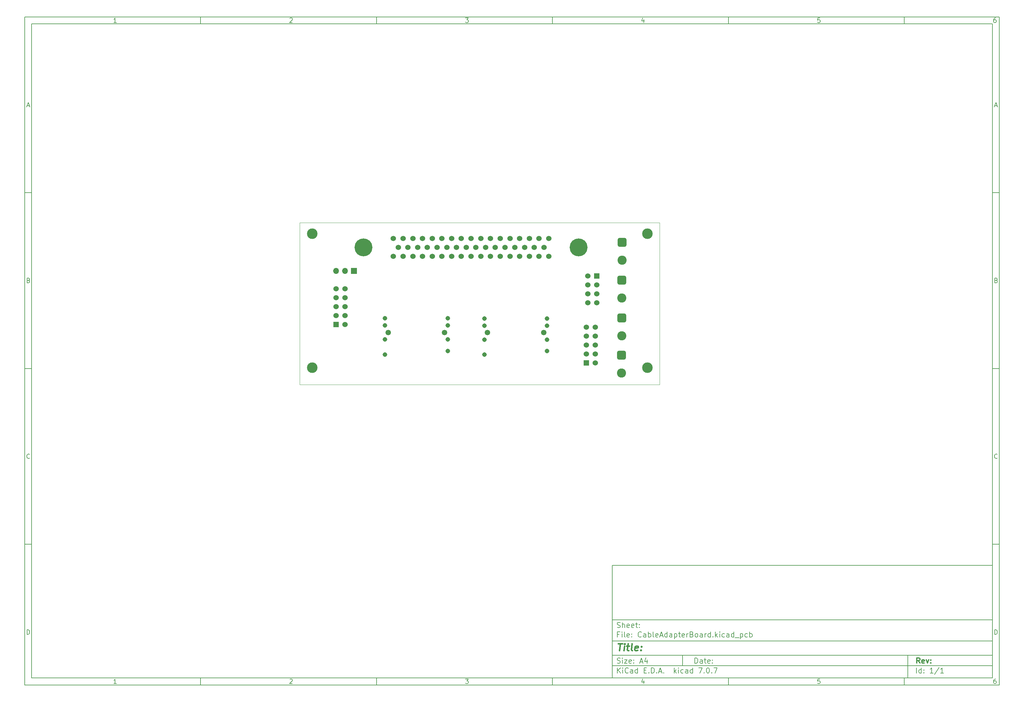
<source format=gbr>
%TF.GenerationSoftware,KiCad,Pcbnew,7.0.7*%
%TF.CreationDate,2023-10-12T14:51:16-07:00*%
%TF.ProjectId,CableAdapterBoard,4361626c-6541-4646-9170-746572426f61,rev?*%
%TF.SameCoordinates,Original*%
%TF.FileFunction,Soldermask,Bot*%
%TF.FilePolarity,Negative*%
%FSLAX46Y46*%
G04 Gerber Fmt 4.6, Leading zero omitted, Abs format (unit mm)*
G04 Created by KiCad (PCBNEW 7.0.7) date 2023-10-12 14:51:16*
%MOMM*%
%LPD*%
G01*
G04 APERTURE LIST*
G04 Aperture macros list*
%AMRoundRect*
0 Rectangle with rounded corners*
0 $1 Rounding radius*
0 $2 $3 $4 $5 $6 $7 $8 $9 X,Y pos of 4 corners*
0 Add a 4 corners polygon primitive as box body*
4,1,4,$2,$3,$4,$5,$6,$7,$8,$9,$2,$3,0*
0 Add four circle primitives for the rounded corners*
1,1,$1+$1,$2,$3*
1,1,$1+$1,$4,$5*
1,1,$1+$1,$6,$7*
1,1,$1+$1,$8,$9*
0 Add four rect primitives between the rounded corners*
20,1,$1+$1,$2,$3,$4,$5,0*
20,1,$1+$1,$4,$5,$6,$7,0*
20,1,$1+$1,$6,$7,$8,$9,0*
20,1,$1+$1,$8,$9,$2,$3,0*%
G04 Aperture macros list end*
%ADD10C,0.100000*%
%ADD11C,0.150000*%
%ADD12C,0.300000*%
%ADD13C,0.400000*%
%ADD14R,1.700000X1.700000*%
%ADD15O,1.700000X1.700000*%
%ADD16C,3.000000*%
%ADD17C,1.550000*%
%ADD18C,1.308000*%
%ADD19R,1.530000X1.530000*%
%ADD20C,1.530000*%
%ADD21RoundRect,0.650000X-0.650000X0.650000X-0.650000X-0.650000X0.650000X-0.650000X0.650000X0.650000X0*%
%ADD22C,2.600000*%
%ADD23C,1.524000*%
%ADD24C,5.080000*%
%TA.AperFunction,Profile*%
%ADD25C,0.100000*%
%TD*%
G04 APERTURE END LIST*
D10*
D11*
X177002200Y-166007200D02*
X285002200Y-166007200D01*
X285002200Y-198007200D01*
X177002200Y-198007200D01*
X177002200Y-166007200D01*
D10*
D11*
X10000000Y-10000000D02*
X287002200Y-10000000D01*
X287002200Y-200007200D01*
X10000000Y-200007200D01*
X10000000Y-10000000D01*
D10*
D11*
X12000000Y-12000000D02*
X285002200Y-12000000D01*
X285002200Y-198007200D01*
X12000000Y-198007200D01*
X12000000Y-12000000D01*
D10*
D11*
X60000000Y-12000000D02*
X60000000Y-10000000D01*
D10*
D11*
X110000000Y-12000000D02*
X110000000Y-10000000D01*
D10*
D11*
X160000000Y-12000000D02*
X160000000Y-10000000D01*
D10*
D11*
X210000000Y-12000000D02*
X210000000Y-10000000D01*
D10*
D11*
X260000000Y-12000000D02*
X260000000Y-10000000D01*
D10*
D11*
X36089160Y-11593604D02*
X35346303Y-11593604D01*
X35717731Y-11593604D02*
X35717731Y-10293604D01*
X35717731Y-10293604D02*
X35593922Y-10479319D01*
X35593922Y-10479319D02*
X35470112Y-10603128D01*
X35470112Y-10603128D02*
X35346303Y-10665033D01*
D10*
D11*
X85346303Y-10417414D02*
X85408207Y-10355509D01*
X85408207Y-10355509D02*
X85532017Y-10293604D01*
X85532017Y-10293604D02*
X85841541Y-10293604D01*
X85841541Y-10293604D02*
X85965350Y-10355509D01*
X85965350Y-10355509D02*
X86027255Y-10417414D01*
X86027255Y-10417414D02*
X86089160Y-10541223D01*
X86089160Y-10541223D02*
X86089160Y-10665033D01*
X86089160Y-10665033D02*
X86027255Y-10850747D01*
X86027255Y-10850747D02*
X85284398Y-11593604D01*
X85284398Y-11593604D02*
X86089160Y-11593604D01*
D10*
D11*
X135284398Y-10293604D02*
X136089160Y-10293604D01*
X136089160Y-10293604D02*
X135655826Y-10788842D01*
X135655826Y-10788842D02*
X135841541Y-10788842D01*
X135841541Y-10788842D02*
X135965350Y-10850747D01*
X135965350Y-10850747D02*
X136027255Y-10912652D01*
X136027255Y-10912652D02*
X136089160Y-11036461D01*
X136089160Y-11036461D02*
X136089160Y-11345985D01*
X136089160Y-11345985D02*
X136027255Y-11469795D01*
X136027255Y-11469795D02*
X135965350Y-11531700D01*
X135965350Y-11531700D02*
X135841541Y-11593604D01*
X135841541Y-11593604D02*
X135470112Y-11593604D01*
X135470112Y-11593604D02*
X135346303Y-11531700D01*
X135346303Y-11531700D02*
X135284398Y-11469795D01*
D10*
D11*
X185965350Y-10726938D02*
X185965350Y-11593604D01*
X185655826Y-10231700D02*
X185346303Y-11160271D01*
X185346303Y-11160271D02*
X186151064Y-11160271D01*
D10*
D11*
X236027255Y-10293604D02*
X235408207Y-10293604D01*
X235408207Y-10293604D02*
X235346303Y-10912652D01*
X235346303Y-10912652D02*
X235408207Y-10850747D01*
X235408207Y-10850747D02*
X235532017Y-10788842D01*
X235532017Y-10788842D02*
X235841541Y-10788842D01*
X235841541Y-10788842D02*
X235965350Y-10850747D01*
X235965350Y-10850747D02*
X236027255Y-10912652D01*
X236027255Y-10912652D02*
X236089160Y-11036461D01*
X236089160Y-11036461D02*
X236089160Y-11345985D01*
X236089160Y-11345985D02*
X236027255Y-11469795D01*
X236027255Y-11469795D02*
X235965350Y-11531700D01*
X235965350Y-11531700D02*
X235841541Y-11593604D01*
X235841541Y-11593604D02*
X235532017Y-11593604D01*
X235532017Y-11593604D02*
X235408207Y-11531700D01*
X235408207Y-11531700D02*
X235346303Y-11469795D01*
D10*
D11*
X285965350Y-10293604D02*
X285717731Y-10293604D01*
X285717731Y-10293604D02*
X285593922Y-10355509D01*
X285593922Y-10355509D02*
X285532017Y-10417414D01*
X285532017Y-10417414D02*
X285408207Y-10603128D01*
X285408207Y-10603128D02*
X285346303Y-10850747D01*
X285346303Y-10850747D02*
X285346303Y-11345985D01*
X285346303Y-11345985D02*
X285408207Y-11469795D01*
X285408207Y-11469795D02*
X285470112Y-11531700D01*
X285470112Y-11531700D02*
X285593922Y-11593604D01*
X285593922Y-11593604D02*
X285841541Y-11593604D01*
X285841541Y-11593604D02*
X285965350Y-11531700D01*
X285965350Y-11531700D02*
X286027255Y-11469795D01*
X286027255Y-11469795D02*
X286089160Y-11345985D01*
X286089160Y-11345985D02*
X286089160Y-11036461D01*
X286089160Y-11036461D02*
X286027255Y-10912652D01*
X286027255Y-10912652D02*
X285965350Y-10850747D01*
X285965350Y-10850747D02*
X285841541Y-10788842D01*
X285841541Y-10788842D02*
X285593922Y-10788842D01*
X285593922Y-10788842D02*
X285470112Y-10850747D01*
X285470112Y-10850747D02*
X285408207Y-10912652D01*
X285408207Y-10912652D02*
X285346303Y-11036461D01*
D10*
D11*
X60000000Y-198007200D02*
X60000000Y-200007200D01*
D10*
D11*
X110000000Y-198007200D02*
X110000000Y-200007200D01*
D10*
D11*
X160000000Y-198007200D02*
X160000000Y-200007200D01*
D10*
D11*
X210000000Y-198007200D02*
X210000000Y-200007200D01*
D10*
D11*
X260000000Y-198007200D02*
X260000000Y-200007200D01*
D10*
D11*
X36089160Y-199600804D02*
X35346303Y-199600804D01*
X35717731Y-199600804D02*
X35717731Y-198300804D01*
X35717731Y-198300804D02*
X35593922Y-198486519D01*
X35593922Y-198486519D02*
X35470112Y-198610328D01*
X35470112Y-198610328D02*
X35346303Y-198672233D01*
D10*
D11*
X85346303Y-198424614D02*
X85408207Y-198362709D01*
X85408207Y-198362709D02*
X85532017Y-198300804D01*
X85532017Y-198300804D02*
X85841541Y-198300804D01*
X85841541Y-198300804D02*
X85965350Y-198362709D01*
X85965350Y-198362709D02*
X86027255Y-198424614D01*
X86027255Y-198424614D02*
X86089160Y-198548423D01*
X86089160Y-198548423D02*
X86089160Y-198672233D01*
X86089160Y-198672233D02*
X86027255Y-198857947D01*
X86027255Y-198857947D02*
X85284398Y-199600804D01*
X85284398Y-199600804D02*
X86089160Y-199600804D01*
D10*
D11*
X135284398Y-198300804D02*
X136089160Y-198300804D01*
X136089160Y-198300804D02*
X135655826Y-198796042D01*
X135655826Y-198796042D02*
X135841541Y-198796042D01*
X135841541Y-198796042D02*
X135965350Y-198857947D01*
X135965350Y-198857947D02*
X136027255Y-198919852D01*
X136027255Y-198919852D02*
X136089160Y-199043661D01*
X136089160Y-199043661D02*
X136089160Y-199353185D01*
X136089160Y-199353185D02*
X136027255Y-199476995D01*
X136027255Y-199476995D02*
X135965350Y-199538900D01*
X135965350Y-199538900D02*
X135841541Y-199600804D01*
X135841541Y-199600804D02*
X135470112Y-199600804D01*
X135470112Y-199600804D02*
X135346303Y-199538900D01*
X135346303Y-199538900D02*
X135284398Y-199476995D01*
D10*
D11*
X185965350Y-198734138D02*
X185965350Y-199600804D01*
X185655826Y-198238900D02*
X185346303Y-199167471D01*
X185346303Y-199167471D02*
X186151064Y-199167471D01*
D10*
D11*
X236027255Y-198300804D02*
X235408207Y-198300804D01*
X235408207Y-198300804D02*
X235346303Y-198919852D01*
X235346303Y-198919852D02*
X235408207Y-198857947D01*
X235408207Y-198857947D02*
X235532017Y-198796042D01*
X235532017Y-198796042D02*
X235841541Y-198796042D01*
X235841541Y-198796042D02*
X235965350Y-198857947D01*
X235965350Y-198857947D02*
X236027255Y-198919852D01*
X236027255Y-198919852D02*
X236089160Y-199043661D01*
X236089160Y-199043661D02*
X236089160Y-199353185D01*
X236089160Y-199353185D02*
X236027255Y-199476995D01*
X236027255Y-199476995D02*
X235965350Y-199538900D01*
X235965350Y-199538900D02*
X235841541Y-199600804D01*
X235841541Y-199600804D02*
X235532017Y-199600804D01*
X235532017Y-199600804D02*
X235408207Y-199538900D01*
X235408207Y-199538900D02*
X235346303Y-199476995D01*
D10*
D11*
X285965350Y-198300804D02*
X285717731Y-198300804D01*
X285717731Y-198300804D02*
X285593922Y-198362709D01*
X285593922Y-198362709D02*
X285532017Y-198424614D01*
X285532017Y-198424614D02*
X285408207Y-198610328D01*
X285408207Y-198610328D02*
X285346303Y-198857947D01*
X285346303Y-198857947D02*
X285346303Y-199353185D01*
X285346303Y-199353185D02*
X285408207Y-199476995D01*
X285408207Y-199476995D02*
X285470112Y-199538900D01*
X285470112Y-199538900D02*
X285593922Y-199600804D01*
X285593922Y-199600804D02*
X285841541Y-199600804D01*
X285841541Y-199600804D02*
X285965350Y-199538900D01*
X285965350Y-199538900D02*
X286027255Y-199476995D01*
X286027255Y-199476995D02*
X286089160Y-199353185D01*
X286089160Y-199353185D02*
X286089160Y-199043661D01*
X286089160Y-199043661D02*
X286027255Y-198919852D01*
X286027255Y-198919852D02*
X285965350Y-198857947D01*
X285965350Y-198857947D02*
X285841541Y-198796042D01*
X285841541Y-198796042D02*
X285593922Y-198796042D01*
X285593922Y-198796042D02*
X285470112Y-198857947D01*
X285470112Y-198857947D02*
X285408207Y-198919852D01*
X285408207Y-198919852D02*
X285346303Y-199043661D01*
D10*
D11*
X10000000Y-60000000D02*
X12000000Y-60000000D01*
D10*
D11*
X10000000Y-110000000D02*
X12000000Y-110000000D01*
D10*
D11*
X10000000Y-160000000D02*
X12000000Y-160000000D01*
D10*
D11*
X10690476Y-35222176D02*
X11309523Y-35222176D01*
X10566666Y-35593604D02*
X10999999Y-34293604D01*
X10999999Y-34293604D02*
X11433333Y-35593604D01*
D10*
D11*
X11092857Y-84912652D02*
X11278571Y-84974557D01*
X11278571Y-84974557D02*
X11340476Y-85036461D01*
X11340476Y-85036461D02*
X11402380Y-85160271D01*
X11402380Y-85160271D02*
X11402380Y-85345985D01*
X11402380Y-85345985D02*
X11340476Y-85469795D01*
X11340476Y-85469795D02*
X11278571Y-85531700D01*
X11278571Y-85531700D02*
X11154761Y-85593604D01*
X11154761Y-85593604D02*
X10659523Y-85593604D01*
X10659523Y-85593604D02*
X10659523Y-84293604D01*
X10659523Y-84293604D02*
X11092857Y-84293604D01*
X11092857Y-84293604D02*
X11216666Y-84355509D01*
X11216666Y-84355509D02*
X11278571Y-84417414D01*
X11278571Y-84417414D02*
X11340476Y-84541223D01*
X11340476Y-84541223D02*
X11340476Y-84665033D01*
X11340476Y-84665033D02*
X11278571Y-84788842D01*
X11278571Y-84788842D02*
X11216666Y-84850747D01*
X11216666Y-84850747D02*
X11092857Y-84912652D01*
X11092857Y-84912652D02*
X10659523Y-84912652D01*
D10*
D11*
X11402380Y-135469795D02*
X11340476Y-135531700D01*
X11340476Y-135531700D02*
X11154761Y-135593604D01*
X11154761Y-135593604D02*
X11030952Y-135593604D01*
X11030952Y-135593604D02*
X10845238Y-135531700D01*
X10845238Y-135531700D02*
X10721428Y-135407890D01*
X10721428Y-135407890D02*
X10659523Y-135284080D01*
X10659523Y-135284080D02*
X10597619Y-135036461D01*
X10597619Y-135036461D02*
X10597619Y-134850747D01*
X10597619Y-134850747D02*
X10659523Y-134603128D01*
X10659523Y-134603128D02*
X10721428Y-134479319D01*
X10721428Y-134479319D02*
X10845238Y-134355509D01*
X10845238Y-134355509D02*
X11030952Y-134293604D01*
X11030952Y-134293604D02*
X11154761Y-134293604D01*
X11154761Y-134293604D02*
X11340476Y-134355509D01*
X11340476Y-134355509D02*
X11402380Y-134417414D01*
D10*
D11*
X10659523Y-185593604D02*
X10659523Y-184293604D01*
X10659523Y-184293604D02*
X10969047Y-184293604D01*
X10969047Y-184293604D02*
X11154761Y-184355509D01*
X11154761Y-184355509D02*
X11278571Y-184479319D01*
X11278571Y-184479319D02*
X11340476Y-184603128D01*
X11340476Y-184603128D02*
X11402380Y-184850747D01*
X11402380Y-184850747D02*
X11402380Y-185036461D01*
X11402380Y-185036461D02*
X11340476Y-185284080D01*
X11340476Y-185284080D02*
X11278571Y-185407890D01*
X11278571Y-185407890D02*
X11154761Y-185531700D01*
X11154761Y-185531700D02*
X10969047Y-185593604D01*
X10969047Y-185593604D02*
X10659523Y-185593604D01*
D10*
D11*
X287002200Y-60000000D02*
X285002200Y-60000000D01*
D10*
D11*
X287002200Y-110000000D02*
X285002200Y-110000000D01*
D10*
D11*
X287002200Y-160000000D02*
X285002200Y-160000000D01*
D10*
D11*
X285692676Y-35222176D02*
X286311723Y-35222176D01*
X285568866Y-35593604D02*
X286002199Y-34293604D01*
X286002199Y-34293604D02*
X286435533Y-35593604D01*
D10*
D11*
X286095057Y-84912652D02*
X286280771Y-84974557D01*
X286280771Y-84974557D02*
X286342676Y-85036461D01*
X286342676Y-85036461D02*
X286404580Y-85160271D01*
X286404580Y-85160271D02*
X286404580Y-85345985D01*
X286404580Y-85345985D02*
X286342676Y-85469795D01*
X286342676Y-85469795D02*
X286280771Y-85531700D01*
X286280771Y-85531700D02*
X286156961Y-85593604D01*
X286156961Y-85593604D02*
X285661723Y-85593604D01*
X285661723Y-85593604D02*
X285661723Y-84293604D01*
X285661723Y-84293604D02*
X286095057Y-84293604D01*
X286095057Y-84293604D02*
X286218866Y-84355509D01*
X286218866Y-84355509D02*
X286280771Y-84417414D01*
X286280771Y-84417414D02*
X286342676Y-84541223D01*
X286342676Y-84541223D02*
X286342676Y-84665033D01*
X286342676Y-84665033D02*
X286280771Y-84788842D01*
X286280771Y-84788842D02*
X286218866Y-84850747D01*
X286218866Y-84850747D02*
X286095057Y-84912652D01*
X286095057Y-84912652D02*
X285661723Y-84912652D01*
D10*
D11*
X286404580Y-135469795D02*
X286342676Y-135531700D01*
X286342676Y-135531700D02*
X286156961Y-135593604D01*
X286156961Y-135593604D02*
X286033152Y-135593604D01*
X286033152Y-135593604D02*
X285847438Y-135531700D01*
X285847438Y-135531700D02*
X285723628Y-135407890D01*
X285723628Y-135407890D02*
X285661723Y-135284080D01*
X285661723Y-135284080D02*
X285599819Y-135036461D01*
X285599819Y-135036461D02*
X285599819Y-134850747D01*
X285599819Y-134850747D02*
X285661723Y-134603128D01*
X285661723Y-134603128D02*
X285723628Y-134479319D01*
X285723628Y-134479319D02*
X285847438Y-134355509D01*
X285847438Y-134355509D02*
X286033152Y-134293604D01*
X286033152Y-134293604D02*
X286156961Y-134293604D01*
X286156961Y-134293604D02*
X286342676Y-134355509D01*
X286342676Y-134355509D02*
X286404580Y-134417414D01*
D10*
D11*
X285661723Y-185593604D02*
X285661723Y-184293604D01*
X285661723Y-184293604D02*
X285971247Y-184293604D01*
X285971247Y-184293604D02*
X286156961Y-184355509D01*
X286156961Y-184355509D02*
X286280771Y-184479319D01*
X286280771Y-184479319D02*
X286342676Y-184603128D01*
X286342676Y-184603128D02*
X286404580Y-184850747D01*
X286404580Y-184850747D02*
X286404580Y-185036461D01*
X286404580Y-185036461D02*
X286342676Y-185284080D01*
X286342676Y-185284080D02*
X286280771Y-185407890D01*
X286280771Y-185407890D02*
X286156961Y-185531700D01*
X286156961Y-185531700D02*
X285971247Y-185593604D01*
X285971247Y-185593604D02*
X285661723Y-185593604D01*
D10*
D11*
X200458026Y-193793328D02*
X200458026Y-192293328D01*
X200458026Y-192293328D02*
X200815169Y-192293328D01*
X200815169Y-192293328D02*
X201029455Y-192364757D01*
X201029455Y-192364757D02*
X201172312Y-192507614D01*
X201172312Y-192507614D02*
X201243741Y-192650471D01*
X201243741Y-192650471D02*
X201315169Y-192936185D01*
X201315169Y-192936185D02*
X201315169Y-193150471D01*
X201315169Y-193150471D02*
X201243741Y-193436185D01*
X201243741Y-193436185D02*
X201172312Y-193579042D01*
X201172312Y-193579042D02*
X201029455Y-193721900D01*
X201029455Y-193721900D02*
X200815169Y-193793328D01*
X200815169Y-193793328D02*
X200458026Y-193793328D01*
X202600884Y-193793328D02*
X202600884Y-193007614D01*
X202600884Y-193007614D02*
X202529455Y-192864757D01*
X202529455Y-192864757D02*
X202386598Y-192793328D01*
X202386598Y-192793328D02*
X202100884Y-192793328D01*
X202100884Y-192793328D02*
X201958026Y-192864757D01*
X202600884Y-193721900D02*
X202458026Y-193793328D01*
X202458026Y-193793328D02*
X202100884Y-193793328D01*
X202100884Y-193793328D02*
X201958026Y-193721900D01*
X201958026Y-193721900D02*
X201886598Y-193579042D01*
X201886598Y-193579042D02*
X201886598Y-193436185D01*
X201886598Y-193436185D02*
X201958026Y-193293328D01*
X201958026Y-193293328D02*
X202100884Y-193221900D01*
X202100884Y-193221900D02*
X202458026Y-193221900D01*
X202458026Y-193221900D02*
X202600884Y-193150471D01*
X203100884Y-192793328D02*
X203672312Y-192793328D01*
X203315169Y-192293328D02*
X203315169Y-193579042D01*
X203315169Y-193579042D02*
X203386598Y-193721900D01*
X203386598Y-193721900D02*
X203529455Y-193793328D01*
X203529455Y-193793328D02*
X203672312Y-193793328D01*
X204743741Y-193721900D02*
X204600884Y-193793328D01*
X204600884Y-193793328D02*
X204315170Y-193793328D01*
X204315170Y-193793328D02*
X204172312Y-193721900D01*
X204172312Y-193721900D02*
X204100884Y-193579042D01*
X204100884Y-193579042D02*
X204100884Y-193007614D01*
X204100884Y-193007614D02*
X204172312Y-192864757D01*
X204172312Y-192864757D02*
X204315170Y-192793328D01*
X204315170Y-192793328D02*
X204600884Y-192793328D01*
X204600884Y-192793328D02*
X204743741Y-192864757D01*
X204743741Y-192864757D02*
X204815170Y-193007614D01*
X204815170Y-193007614D02*
X204815170Y-193150471D01*
X204815170Y-193150471D02*
X204100884Y-193293328D01*
X205458026Y-193650471D02*
X205529455Y-193721900D01*
X205529455Y-193721900D02*
X205458026Y-193793328D01*
X205458026Y-193793328D02*
X205386598Y-193721900D01*
X205386598Y-193721900D02*
X205458026Y-193650471D01*
X205458026Y-193650471D02*
X205458026Y-193793328D01*
X205458026Y-192864757D02*
X205529455Y-192936185D01*
X205529455Y-192936185D02*
X205458026Y-193007614D01*
X205458026Y-193007614D02*
X205386598Y-192936185D01*
X205386598Y-192936185D02*
X205458026Y-192864757D01*
X205458026Y-192864757D02*
X205458026Y-193007614D01*
D10*
D11*
X177002200Y-194507200D02*
X285002200Y-194507200D01*
D10*
D11*
X178458026Y-196593328D02*
X178458026Y-195093328D01*
X179315169Y-196593328D02*
X178672312Y-195736185D01*
X179315169Y-195093328D02*
X178458026Y-195950471D01*
X179958026Y-196593328D02*
X179958026Y-195593328D01*
X179958026Y-195093328D02*
X179886598Y-195164757D01*
X179886598Y-195164757D02*
X179958026Y-195236185D01*
X179958026Y-195236185D02*
X180029455Y-195164757D01*
X180029455Y-195164757D02*
X179958026Y-195093328D01*
X179958026Y-195093328D02*
X179958026Y-195236185D01*
X181529455Y-196450471D02*
X181458027Y-196521900D01*
X181458027Y-196521900D02*
X181243741Y-196593328D01*
X181243741Y-196593328D02*
X181100884Y-196593328D01*
X181100884Y-196593328D02*
X180886598Y-196521900D01*
X180886598Y-196521900D02*
X180743741Y-196379042D01*
X180743741Y-196379042D02*
X180672312Y-196236185D01*
X180672312Y-196236185D02*
X180600884Y-195950471D01*
X180600884Y-195950471D02*
X180600884Y-195736185D01*
X180600884Y-195736185D02*
X180672312Y-195450471D01*
X180672312Y-195450471D02*
X180743741Y-195307614D01*
X180743741Y-195307614D02*
X180886598Y-195164757D01*
X180886598Y-195164757D02*
X181100884Y-195093328D01*
X181100884Y-195093328D02*
X181243741Y-195093328D01*
X181243741Y-195093328D02*
X181458027Y-195164757D01*
X181458027Y-195164757D02*
X181529455Y-195236185D01*
X182815170Y-196593328D02*
X182815170Y-195807614D01*
X182815170Y-195807614D02*
X182743741Y-195664757D01*
X182743741Y-195664757D02*
X182600884Y-195593328D01*
X182600884Y-195593328D02*
X182315170Y-195593328D01*
X182315170Y-195593328D02*
X182172312Y-195664757D01*
X182815170Y-196521900D02*
X182672312Y-196593328D01*
X182672312Y-196593328D02*
X182315170Y-196593328D01*
X182315170Y-196593328D02*
X182172312Y-196521900D01*
X182172312Y-196521900D02*
X182100884Y-196379042D01*
X182100884Y-196379042D02*
X182100884Y-196236185D01*
X182100884Y-196236185D02*
X182172312Y-196093328D01*
X182172312Y-196093328D02*
X182315170Y-196021900D01*
X182315170Y-196021900D02*
X182672312Y-196021900D01*
X182672312Y-196021900D02*
X182815170Y-195950471D01*
X184172313Y-196593328D02*
X184172313Y-195093328D01*
X184172313Y-196521900D02*
X184029455Y-196593328D01*
X184029455Y-196593328D02*
X183743741Y-196593328D01*
X183743741Y-196593328D02*
X183600884Y-196521900D01*
X183600884Y-196521900D02*
X183529455Y-196450471D01*
X183529455Y-196450471D02*
X183458027Y-196307614D01*
X183458027Y-196307614D02*
X183458027Y-195879042D01*
X183458027Y-195879042D02*
X183529455Y-195736185D01*
X183529455Y-195736185D02*
X183600884Y-195664757D01*
X183600884Y-195664757D02*
X183743741Y-195593328D01*
X183743741Y-195593328D02*
X184029455Y-195593328D01*
X184029455Y-195593328D02*
X184172313Y-195664757D01*
X186029455Y-195807614D02*
X186529455Y-195807614D01*
X186743741Y-196593328D02*
X186029455Y-196593328D01*
X186029455Y-196593328D02*
X186029455Y-195093328D01*
X186029455Y-195093328D02*
X186743741Y-195093328D01*
X187386598Y-196450471D02*
X187458027Y-196521900D01*
X187458027Y-196521900D02*
X187386598Y-196593328D01*
X187386598Y-196593328D02*
X187315170Y-196521900D01*
X187315170Y-196521900D02*
X187386598Y-196450471D01*
X187386598Y-196450471D02*
X187386598Y-196593328D01*
X188100884Y-196593328D02*
X188100884Y-195093328D01*
X188100884Y-195093328D02*
X188458027Y-195093328D01*
X188458027Y-195093328D02*
X188672313Y-195164757D01*
X188672313Y-195164757D02*
X188815170Y-195307614D01*
X188815170Y-195307614D02*
X188886599Y-195450471D01*
X188886599Y-195450471D02*
X188958027Y-195736185D01*
X188958027Y-195736185D02*
X188958027Y-195950471D01*
X188958027Y-195950471D02*
X188886599Y-196236185D01*
X188886599Y-196236185D02*
X188815170Y-196379042D01*
X188815170Y-196379042D02*
X188672313Y-196521900D01*
X188672313Y-196521900D02*
X188458027Y-196593328D01*
X188458027Y-196593328D02*
X188100884Y-196593328D01*
X189600884Y-196450471D02*
X189672313Y-196521900D01*
X189672313Y-196521900D02*
X189600884Y-196593328D01*
X189600884Y-196593328D02*
X189529456Y-196521900D01*
X189529456Y-196521900D02*
X189600884Y-196450471D01*
X189600884Y-196450471D02*
X189600884Y-196593328D01*
X190243742Y-196164757D02*
X190958028Y-196164757D01*
X190100885Y-196593328D02*
X190600885Y-195093328D01*
X190600885Y-195093328D02*
X191100885Y-196593328D01*
X191600884Y-196450471D02*
X191672313Y-196521900D01*
X191672313Y-196521900D02*
X191600884Y-196593328D01*
X191600884Y-196593328D02*
X191529456Y-196521900D01*
X191529456Y-196521900D02*
X191600884Y-196450471D01*
X191600884Y-196450471D02*
X191600884Y-196593328D01*
X194600884Y-196593328D02*
X194600884Y-195093328D01*
X194743742Y-196021900D02*
X195172313Y-196593328D01*
X195172313Y-195593328D02*
X194600884Y-196164757D01*
X195815170Y-196593328D02*
X195815170Y-195593328D01*
X195815170Y-195093328D02*
X195743742Y-195164757D01*
X195743742Y-195164757D02*
X195815170Y-195236185D01*
X195815170Y-195236185D02*
X195886599Y-195164757D01*
X195886599Y-195164757D02*
X195815170Y-195093328D01*
X195815170Y-195093328D02*
X195815170Y-195236185D01*
X197172314Y-196521900D02*
X197029456Y-196593328D01*
X197029456Y-196593328D02*
X196743742Y-196593328D01*
X196743742Y-196593328D02*
X196600885Y-196521900D01*
X196600885Y-196521900D02*
X196529456Y-196450471D01*
X196529456Y-196450471D02*
X196458028Y-196307614D01*
X196458028Y-196307614D02*
X196458028Y-195879042D01*
X196458028Y-195879042D02*
X196529456Y-195736185D01*
X196529456Y-195736185D02*
X196600885Y-195664757D01*
X196600885Y-195664757D02*
X196743742Y-195593328D01*
X196743742Y-195593328D02*
X197029456Y-195593328D01*
X197029456Y-195593328D02*
X197172314Y-195664757D01*
X198458028Y-196593328D02*
X198458028Y-195807614D01*
X198458028Y-195807614D02*
X198386599Y-195664757D01*
X198386599Y-195664757D02*
X198243742Y-195593328D01*
X198243742Y-195593328D02*
X197958028Y-195593328D01*
X197958028Y-195593328D02*
X197815170Y-195664757D01*
X198458028Y-196521900D02*
X198315170Y-196593328D01*
X198315170Y-196593328D02*
X197958028Y-196593328D01*
X197958028Y-196593328D02*
X197815170Y-196521900D01*
X197815170Y-196521900D02*
X197743742Y-196379042D01*
X197743742Y-196379042D02*
X197743742Y-196236185D01*
X197743742Y-196236185D02*
X197815170Y-196093328D01*
X197815170Y-196093328D02*
X197958028Y-196021900D01*
X197958028Y-196021900D02*
X198315170Y-196021900D01*
X198315170Y-196021900D02*
X198458028Y-195950471D01*
X199815171Y-196593328D02*
X199815171Y-195093328D01*
X199815171Y-196521900D02*
X199672313Y-196593328D01*
X199672313Y-196593328D02*
X199386599Y-196593328D01*
X199386599Y-196593328D02*
X199243742Y-196521900D01*
X199243742Y-196521900D02*
X199172313Y-196450471D01*
X199172313Y-196450471D02*
X199100885Y-196307614D01*
X199100885Y-196307614D02*
X199100885Y-195879042D01*
X199100885Y-195879042D02*
X199172313Y-195736185D01*
X199172313Y-195736185D02*
X199243742Y-195664757D01*
X199243742Y-195664757D02*
X199386599Y-195593328D01*
X199386599Y-195593328D02*
X199672313Y-195593328D01*
X199672313Y-195593328D02*
X199815171Y-195664757D01*
X201529456Y-195093328D02*
X202529456Y-195093328D01*
X202529456Y-195093328D02*
X201886599Y-196593328D01*
X203100884Y-196450471D02*
X203172313Y-196521900D01*
X203172313Y-196521900D02*
X203100884Y-196593328D01*
X203100884Y-196593328D02*
X203029456Y-196521900D01*
X203029456Y-196521900D02*
X203100884Y-196450471D01*
X203100884Y-196450471D02*
X203100884Y-196593328D01*
X204100885Y-195093328D02*
X204243742Y-195093328D01*
X204243742Y-195093328D02*
X204386599Y-195164757D01*
X204386599Y-195164757D02*
X204458028Y-195236185D01*
X204458028Y-195236185D02*
X204529456Y-195379042D01*
X204529456Y-195379042D02*
X204600885Y-195664757D01*
X204600885Y-195664757D02*
X204600885Y-196021900D01*
X204600885Y-196021900D02*
X204529456Y-196307614D01*
X204529456Y-196307614D02*
X204458028Y-196450471D01*
X204458028Y-196450471D02*
X204386599Y-196521900D01*
X204386599Y-196521900D02*
X204243742Y-196593328D01*
X204243742Y-196593328D02*
X204100885Y-196593328D01*
X204100885Y-196593328D02*
X203958028Y-196521900D01*
X203958028Y-196521900D02*
X203886599Y-196450471D01*
X203886599Y-196450471D02*
X203815170Y-196307614D01*
X203815170Y-196307614D02*
X203743742Y-196021900D01*
X203743742Y-196021900D02*
X203743742Y-195664757D01*
X203743742Y-195664757D02*
X203815170Y-195379042D01*
X203815170Y-195379042D02*
X203886599Y-195236185D01*
X203886599Y-195236185D02*
X203958028Y-195164757D01*
X203958028Y-195164757D02*
X204100885Y-195093328D01*
X205243741Y-196450471D02*
X205315170Y-196521900D01*
X205315170Y-196521900D02*
X205243741Y-196593328D01*
X205243741Y-196593328D02*
X205172313Y-196521900D01*
X205172313Y-196521900D02*
X205243741Y-196450471D01*
X205243741Y-196450471D02*
X205243741Y-196593328D01*
X205815170Y-195093328D02*
X206815170Y-195093328D01*
X206815170Y-195093328D02*
X206172313Y-196593328D01*
D10*
D11*
X177002200Y-191507200D02*
X285002200Y-191507200D01*
D10*
D12*
X264413853Y-193785528D02*
X263913853Y-193071242D01*
X263556710Y-193785528D02*
X263556710Y-192285528D01*
X263556710Y-192285528D02*
X264128139Y-192285528D01*
X264128139Y-192285528D02*
X264270996Y-192356957D01*
X264270996Y-192356957D02*
X264342425Y-192428385D01*
X264342425Y-192428385D02*
X264413853Y-192571242D01*
X264413853Y-192571242D02*
X264413853Y-192785528D01*
X264413853Y-192785528D02*
X264342425Y-192928385D01*
X264342425Y-192928385D02*
X264270996Y-192999814D01*
X264270996Y-192999814D02*
X264128139Y-193071242D01*
X264128139Y-193071242D02*
X263556710Y-193071242D01*
X265628139Y-193714100D02*
X265485282Y-193785528D01*
X265485282Y-193785528D02*
X265199568Y-193785528D01*
X265199568Y-193785528D02*
X265056710Y-193714100D01*
X265056710Y-193714100D02*
X264985282Y-193571242D01*
X264985282Y-193571242D02*
X264985282Y-192999814D01*
X264985282Y-192999814D02*
X265056710Y-192856957D01*
X265056710Y-192856957D02*
X265199568Y-192785528D01*
X265199568Y-192785528D02*
X265485282Y-192785528D01*
X265485282Y-192785528D02*
X265628139Y-192856957D01*
X265628139Y-192856957D02*
X265699568Y-192999814D01*
X265699568Y-192999814D02*
X265699568Y-193142671D01*
X265699568Y-193142671D02*
X264985282Y-193285528D01*
X266199567Y-192785528D02*
X266556710Y-193785528D01*
X266556710Y-193785528D02*
X266913853Y-192785528D01*
X267485281Y-193642671D02*
X267556710Y-193714100D01*
X267556710Y-193714100D02*
X267485281Y-193785528D01*
X267485281Y-193785528D02*
X267413853Y-193714100D01*
X267413853Y-193714100D02*
X267485281Y-193642671D01*
X267485281Y-193642671D02*
X267485281Y-193785528D01*
X267485281Y-192856957D02*
X267556710Y-192928385D01*
X267556710Y-192928385D02*
X267485281Y-192999814D01*
X267485281Y-192999814D02*
X267413853Y-192928385D01*
X267413853Y-192928385D02*
X267485281Y-192856957D01*
X267485281Y-192856957D02*
X267485281Y-192999814D01*
D10*
D11*
X178386598Y-193721900D02*
X178600884Y-193793328D01*
X178600884Y-193793328D02*
X178958026Y-193793328D01*
X178958026Y-193793328D02*
X179100884Y-193721900D01*
X179100884Y-193721900D02*
X179172312Y-193650471D01*
X179172312Y-193650471D02*
X179243741Y-193507614D01*
X179243741Y-193507614D02*
X179243741Y-193364757D01*
X179243741Y-193364757D02*
X179172312Y-193221900D01*
X179172312Y-193221900D02*
X179100884Y-193150471D01*
X179100884Y-193150471D02*
X178958026Y-193079042D01*
X178958026Y-193079042D02*
X178672312Y-193007614D01*
X178672312Y-193007614D02*
X178529455Y-192936185D01*
X178529455Y-192936185D02*
X178458026Y-192864757D01*
X178458026Y-192864757D02*
X178386598Y-192721900D01*
X178386598Y-192721900D02*
X178386598Y-192579042D01*
X178386598Y-192579042D02*
X178458026Y-192436185D01*
X178458026Y-192436185D02*
X178529455Y-192364757D01*
X178529455Y-192364757D02*
X178672312Y-192293328D01*
X178672312Y-192293328D02*
X179029455Y-192293328D01*
X179029455Y-192293328D02*
X179243741Y-192364757D01*
X179886597Y-193793328D02*
X179886597Y-192793328D01*
X179886597Y-192293328D02*
X179815169Y-192364757D01*
X179815169Y-192364757D02*
X179886597Y-192436185D01*
X179886597Y-192436185D02*
X179958026Y-192364757D01*
X179958026Y-192364757D02*
X179886597Y-192293328D01*
X179886597Y-192293328D02*
X179886597Y-192436185D01*
X180458026Y-192793328D02*
X181243741Y-192793328D01*
X181243741Y-192793328D02*
X180458026Y-193793328D01*
X180458026Y-193793328D02*
X181243741Y-193793328D01*
X182386598Y-193721900D02*
X182243741Y-193793328D01*
X182243741Y-193793328D02*
X181958027Y-193793328D01*
X181958027Y-193793328D02*
X181815169Y-193721900D01*
X181815169Y-193721900D02*
X181743741Y-193579042D01*
X181743741Y-193579042D02*
X181743741Y-193007614D01*
X181743741Y-193007614D02*
X181815169Y-192864757D01*
X181815169Y-192864757D02*
X181958027Y-192793328D01*
X181958027Y-192793328D02*
X182243741Y-192793328D01*
X182243741Y-192793328D02*
X182386598Y-192864757D01*
X182386598Y-192864757D02*
X182458027Y-193007614D01*
X182458027Y-193007614D02*
X182458027Y-193150471D01*
X182458027Y-193150471D02*
X181743741Y-193293328D01*
X183100883Y-193650471D02*
X183172312Y-193721900D01*
X183172312Y-193721900D02*
X183100883Y-193793328D01*
X183100883Y-193793328D02*
X183029455Y-193721900D01*
X183029455Y-193721900D02*
X183100883Y-193650471D01*
X183100883Y-193650471D02*
X183100883Y-193793328D01*
X183100883Y-192864757D02*
X183172312Y-192936185D01*
X183172312Y-192936185D02*
X183100883Y-193007614D01*
X183100883Y-193007614D02*
X183029455Y-192936185D01*
X183029455Y-192936185D02*
X183100883Y-192864757D01*
X183100883Y-192864757D02*
X183100883Y-193007614D01*
X184886598Y-193364757D02*
X185600884Y-193364757D01*
X184743741Y-193793328D02*
X185243741Y-192293328D01*
X185243741Y-192293328D02*
X185743741Y-193793328D01*
X186886598Y-192793328D02*
X186886598Y-193793328D01*
X186529455Y-192221900D02*
X186172312Y-193293328D01*
X186172312Y-193293328D02*
X187100883Y-193293328D01*
D10*
D11*
X263458026Y-196593328D02*
X263458026Y-195093328D01*
X264815170Y-196593328D02*
X264815170Y-195093328D01*
X264815170Y-196521900D02*
X264672312Y-196593328D01*
X264672312Y-196593328D02*
X264386598Y-196593328D01*
X264386598Y-196593328D02*
X264243741Y-196521900D01*
X264243741Y-196521900D02*
X264172312Y-196450471D01*
X264172312Y-196450471D02*
X264100884Y-196307614D01*
X264100884Y-196307614D02*
X264100884Y-195879042D01*
X264100884Y-195879042D02*
X264172312Y-195736185D01*
X264172312Y-195736185D02*
X264243741Y-195664757D01*
X264243741Y-195664757D02*
X264386598Y-195593328D01*
X264386598Y-195593328D02*
X264672312Y-195593328D01*
X264672312Y-195593328D02*
X264815170Y-195664757D01*
X265529455Y-196450471D02*
X265600884Y-196521900D01*
X265600884Y-196521900D02*
X265529455Y-196593328D01*
X265529455Y-196593328D02*
X265458027Y-196521900D01*
X265458027Y-196521900D02*
X265529455Y-196450471D01*
X265529455Y-196450471D02*
X265529455Y-196593328D01*
X265529455Y-195664757D02*
X265600884Y-195736185D01*
X265600884Y-195736185D02*
X265529455Y-195807614D01*
X265529455Y-195807614D02*
X265458027Y-195736185D01*
X265458027Y-195736185D02*
X265529455Y-195664757D01*
X265529455Y-195664757D02*
X265529455Y-195807614D01*
X268172313Y-196593328D02*
X267315170Y-196593328D01*
X267743741Y-196593328D02*
X267743741Y-195093328D01*
X267743741Y-195093328D02*
X267600884Y-195307614D01*
X267600884Y-195307614D02*
X267458027Y-195450471D01*
X267458027Y-195450471D02*
X267315170Y-195521900D01*
X269886598Y-195021900D02*
X268600884Y-196950471D01*
X271172313Y-196593328D02*
X270315170Y-196593328D01*
X270743741Y-196593328D02*
X270743741Y-195093328D01*
X270743741Y-195093328D02*
X270600884Y-195307614D01*
X270600884Y-195307614D02*
X270458027Y-195450471D01*
X270458027Y-195450471D02*
X270315170Y-195521900D01*
D10*
D11*
X177002200Y-187507200D02*
X285002200Y-187507200D01*
D10*
D13*
X178693928Y-188211638D02*
X179836785Y-188211638D01*
X179015357Y-190211638D02*
X179265357Y-188211638D01*
X180253452Y-190211638D02*
X180420119Y-188878304D01*
X180503452Y-188211638D02*
X180396309Y-188306876D01*
X180396309Y-188306876D02*
X180479643Y-188402114D01*
X180479643Y-188402114D02*
X180586786Y-188306876D01*
X180586786Y-188306876D02*
X180503452Y-188211638D01*
X180503452Y-188211638D02*
X180479643Y-188402114D01*
X181086786Y-188878304D02*
X181848690Y-188878304D01*
X181455833Y-188211638D02*
X181241548Y-189925923D01*
X181241548Y-189925923D02*
X181312976Y-190116400D01*
X181312976Y-190116400D02*
X181491548Y-190211638D01*
X181491548Y-190211638D02*
X181682024Y-190211638D01*
X182634405Y-190211638D02*
X182455833Y-190116400D01*
X182455833Y-190116400D02*
X182384405Y-189925923D01*
X182384405Y-189925923D02*
X182598690Y-188211638D01*
X184170119Y-190116400D02*
X183967738Y-190211638D01*
X183967738Y-190211638D02*
X183586785Y-190211638D01*
X183586785Y-190211638D02*
X183408214Y-190116400D01*
X183408214Y-190116400D02*
X183336785Y-189925923D01*
X183336785Y-189925923D02*
X183432024Y-189164019D01*
X183432024Y-189164019D02*
X183551071Y-188973542D01*
X183551071Y-188973542D02*
X183753452Y-188878304D01*
X183753452Y-188878304D02*
X184134404Y-188878304D01*
X184134404Y-188878304D02*
X184312976Y-188973542D01*
X184312976Y-188973542D02*
X184384404Y-189164019D01*
X184384404Y-189164019D02*
X184360595Y-189354495D01*
X184360595Y-189354495D02*
X183384404Y-189544971D01*
X185134405Y-190021161D02*
X185217738Y-190116400D01*
X185217738Y-190116400D02*
X185110595Y-190211638D01*
X185110595Y-190211638D02*
X185027262Y-190116400D01*
X185027262Y-190116400D02*
X185134405Y-190021161D01*
X185134405Y-190021161D02*
X185110595Y-190211638D01*
X185265357Y-188973542D02*
X185348690Y-189068780D01*
X185348690Y-189068780D02*
X185241548Y-189164019D01*
X185241548Y-189164019D02*
X185158214Y-189068780D01*
X185158214Y-189068780D02*
X185265357Y-188973542D01*
X185265357Y-188973542D02*
X185241548Y-189164019D01*
D10*
D11*
X178958026Y-185607614D02*
X178458026Y-185607614D01*
X178458026Y-186393328D02*
X178458026Y-184893328D01*
X178458026Y-184893328D02*
X179172312Y-184893328D01*
X179743740Y-186393328D02*
X179743740Y-185393328D01*
X179743740Y-184893328D02*
X179672312Y-184964757D01*
X179672312Y-184964757D02*
X179743740Y-185036185D01*
X179743740Y-185036185D02*
X179815169Y-184964757D01*
X179815169Y-184964757D02*
X179743740Y-184893328D01*
X179743740Y-184893328D02*
X179743740Y-185036185D01*
X180672312Y-186393328D02*
X180529455Y-186321900D01*
X180529455Y-186321900D02*
X180458026Y-186179042D01*
X180458026Y-186179042D02*
X180458026Y-184893328D01*
X181815169Y-186321900D02*
X181672312Y-186393328D01*
X181672312Y-186393328D02*
X181386598Y-186393328D01*
X181386598Y-186393328D02*
X181243740Y-186321900D01*
X181243740Y-186321900D02*
X181172312Y-186179042D01*
X181172312Y-186179042D02*
X181172312Y-185607614D01*
X181172312Y-185607614D02*
X181243740Y-185464757D01*
X181243740Y-185464757D02*
X181386598Y-185393328D01*
X181386598Y-185393328D02*
X181672312Y-185393328D01*
X181672312Y-185393328D02*
X181815169Y-185464757D01*
X181815169Y-185464757D02*
X181886598Y-185607614D01*
X181886598Y-185607614D02*
X181886598Y-185750471D01*
X181886598Y-185750471D02*
X181172312Y-185893328D01*
X182529454Y-186250471D02*
X182600883Y-186321900D01*
X182600883Y-186321900D02*
X182529454Y-186393328D01*
X182529454Y-186393328D02*
X182458026Y-186321900D01*
X182458026Y-186321900D02*
X182529454Y-186250471D01*
X182529454Y-186250471D02*
X182529454Y-186393328D01*
X182529454Y-185464757D02*
X182600883Y-185536185D01*
X182600883Y-185536185D02*
X182529454Y-185607614D01*
X182529454Y-185607614D02*
X182458026Y-185536185D01*
X182458026Y-185536185D02*
X182529454Y-185464757D01*
X182529454Y-185464757D02*
X182529454Y-185607614D01*
X185243740Y-186250471D02*
X185172312Y-186321900D01*
X185172312Y-186321900D02*
X184958026Y-186393328D01*
X184958026Y-186393328D02*
X184815169Y-186393328D01*
X184815169Y-186393328D02*
X184600883Y-186321900D01*
X184600883Y-186321900D02*
X184458026Y-186179042D01*
X184458026Y-186179042D02*
X184386597Y-186036185D01*
X184386597Y-186036185D02*
X184315169Y-185750471D01*
X184315169Y-185750471D02*
X184315169Y-185536185D01*
X184315169Y-185536185D02*
X184386597Y-185250471D01*
X184386597Y-185250471D02*
X184458026Y-185107614D01*
X184458026Y-185107614D02*
X184600883Y-184964757D01*
X184600883Y-184964757D02*
X184815169Y-184893328D01*
X184815169Y-184893328D02*
X184958026Y-184893328D01*
X184958026Y-184893328D02*
X185172312Y-184964757D01*
X185172312Y-184964757D02*
X185243740Y-185036185D01*
X186529455Y-186393328D02*
X186529455Y-185607614D01*
X186529455Y-185607614D02*
X186458026Y-185464757D01*
X186458026Y-185464757D02*
X186315169Y-185393328D01*
X186315169Y-185393328D02*
X186029455Y-185393328D01*
X186029455Y-185393328D02*
X185886597Y-185464757D01*
X186529455Y-186321900D02*
X186386597Y-186393328D01*
X186386597Y-186393328D02*
X186029455Y-186393328D01*
X186029455Y-186393328D02*
X185886597Y-186321900D01*
X185886597Y-186321900D02*
X185815169Y-186179042D01*
X185815169Y-186179042D02*
X185815169Y-186036185D01*
X185815169Y-186036185D02*
X185886597Y-185893328D01*
X185886597Y-185893328D02*
X186029455Y-185821900D01*
X186029455Y-185821900D02*
X186386597Y-185821900D01*
X186386597Y-185821900D02*
X186529455Y-185750471D01*
X187243740Y-186393328D02*
X187243740Y-184893328D01*
X187243740Y-185464757D02*
X187386598Y-185393328D01*
X187386598Y-185393328D02*
X187672312Y-185393328D01*
X187672312Y-185393328D02*
X187815169Y-185464757D01*
X187815169Y-185464757D02*
X187886598Y-185536185D01*
X187886598Y-185536185D02*
X187958026Y-185679042D01*
X187958026Y-185679042D02*
X187958026Y-186107614D01*
X187958026Y-186107614D02*
X187886598Y-186250471D01*
X187886598Y-186250471D02*
X187815169Y-186321900D01*
X187815169Y-186321900D02*
X187672312Y-186393328D01*
X187672312Y-186393328D02*
X187386598Y-186393328D01*
X187386598Y-186393328D02*
X187243740Y-186321900D01*
X188815169Y-186393328D02*
X188672312Y-186321900D01*
X188672312Y-186321900D02*
X188600883Y-186179042D01*
X188600883Y-186179042D02*
X188600883Y-184893328D01*
X189958026Y-186321900D02*
X189815169Y-186393328D01*
X189815169Y-186393328D02*
X189529455Y-186393328D01*
X189529455Y-186393328D02*
X189386597Y-186321900D01*
X189386597Y-186321900D02*
X189315169Y-186179042D01*
X189315169Y-186179042D02*
X189315169Y-185607614D01*
X189315169Y-185607614D02*
X189386597Y-185464757D01*
X189386597Y-185464757D02*
X189529455Y-185393328D01*
X189529455Y-185393328D02*
X189815169Y-185393328D01*
X189815169Y-185393328D02*
X189958026Y-185464757D01*
X189958026Y-185464757D02*
X190029455Y-185607614D01*
X190029455Y-185607614D02*
X190029455Y-185750471D01*
X190029455Y-185750471D02*
X189315169Y-185893328D01*
X190600883Y-185964757D02*
X191315169Y-185964757D01*
X190458026Y-186393328D02*
X190958026Y-184893328D01*
X190958026Y-184893328D02*
X191458026Y-186393328D01*
X192600883Y-186393328D02*
X192600883Y-184893328D01*
X192600883Y-186321900D02*
X192458025Y-186393328D01*
X192458025Y-186393328D02*
X192172311Y-186393328D01*
X192172311Y-186393328D02*
X192029454Y-186321900D01*
X192029454Y-186321900D02*
X191958025Y-186250471D01*
X191958025Y-186250471D02*
X191886597Y-186107614D01*
X191886597Y-186107614D02*
X191886597Y-185679042D01*
X191886597Y-185679042D02*
X191958025Y-185536185D01*
X191958025Y-185536185D02*
X192029454Y-185464757D01*
X192029454Y-185464757D02*
X192172311Y-185393328D01*
X192172311Y-185393328D02*
X192458025Y-185393328D01*
X192458025Y-185393328D02*
X192600883Y-185464757D01*
X193958026Y-186393328D02*
X193958026Y-185607614D01*
X193958026Y-185607614D02*
X193886597Y-185464757D01*
X193886597Y-185464757D02*
X193743740Y-185393328D01*
X193743740Y-185393328D02*
X193458026Y-185393328D01*
X193458026Y-185393328D02*
X193315168Y-185464757D01*
X193958026Y-186321900D02*
X193815168Y-186393328D01*
X193815168Y-186393328D02*
X193458026Y-186393328D01*
X193458026Y-186393328D02*
X193315168Y-186321900D01*
X193315168Y-186321900D02*
X193243740Y-186179042D01*
X193243740Y-186179042D02*
X193243740Y-186036185D01*
X193243740Y-186036185D02*
X193315168Y-185893328D01*
X193315168Y-185893328D02*
X193458026Y-185821900D01*
X193458026Y-185821900D02*
X193815168Y-185821900D01*
X193815168Y-185821900D02*
X193958026Y-185750471D01*
X194672311Y-185393328D02*
X194672311Y-186893328D01*
X194672311Y-185464757D02*
X194815169Y-185393328D01*
X194815169Y-185393328D02*
X195100883Y-185393328D01*
X195100883Y-185393328D02*
X195243740Y-185464757D01*
X195243740Y-185464757D02*
X195315169Y-185536185D01*
X195315169Y-185536185D02*
X195386597Y-185679042D01*
X195386597Y-185679042D02*
X195386597Y-186107614D01*
X195386597Y-186107614D02*
X195315169Y-186250471D01*
X195315169Y-186250471D02*
X195243740Y-186321900D01*
X195243740Y-186321900D02*
X195100883Y-186393328D01*
X195100883Y-186393328D02*
X194815169Y-186393328D01*
X194815169Y-186393328D02*
X194672311Y-186321900D01*
X195815169Y-185393328D02*
X196386597Y-185393328D01*
X196029454Y-184893328D02*
X196029454Y-186179042D01*
X196029454Y-186179042D02*
X196100883Y-186321900D01*
X196100883Y-186321900D02*
X196243740Y-186393328D01*
X196243740Y-186393328D02*
X196386597Y-186393328D01*
X197458026Y-186321900D02*
X197315169Y-186393328D01*
X197315169Y-186393328D02*
X197029455Y-186393328D01*
X197029455Y-186393328D02*
X196886597Y-186321900D01*
X196886597Y-186321900D02*
X196815169Y-186179042D01*
X196815169Y-186179042D02*
X196815169Y-185607614D01*
X196815169Y-185607614D02*
X196886597Y-185464757D01*
X196886597Y-185464757D02*
X197029455Y-185393328D01*
X197029455Y-185393328D02*
X197315169Y-185393328D01*
X197315169Y-185393328D02*
X197458026Y-185464757D01*
X197458026Y-185464757D02*
X197529455Y-185607614D01*
X197529455Y-185607614D02*
X197529455Y-185750471D01*
X197529455Y-185750471D02*
X196815169Y-185893328D01*
X198172311Y-186393328D02*
X198172311Y-185393328D01*
X198172311Y-185679042D02*
X198243740Y-185536185D01*
X198243740Y-185536185D02*
X198315169Y-185464757D01*
X198315169Y-185464757D02*
X198458026Y-185393328D01*
X198458026Y-185393328D02*
X198600883Y-185393328D01*
X199600882Y-185607614D02*
X199815168Y-185679042D01*
X199815168Y-185679042D02*
X199886597Y-185750471D01*
X199886597Y-185750471D02*
X199958025Y-185893328D01*
X199958025Y-185893328D02*
X199958025Y-186107614D01*
X199958025Y-186107614D02*
X199886597Y-186250471D01*
X199886597Y-186250471D02*
X199815168Y-186321900D01*
X199815168Y-186321900D02*
X199672311Y-186393328D01*
X199672311Y-186393328D02*
X199100882Y-186393328D01*
X199100882Y-186393328D02*
X199100882Y-184893328D01*
X199100882Y-184893328D02*
X199600882Y-184893328D01*
X199600882Y-184893328D02*
X199743740Y-184964757D01*
X199743740Y-184964757D02*
X199815168Y-185036185D01*
X199815168Y-185036185D02*
X199886597Y-185179042D01*
X199886597Y-185179042D02*
X199886597Y-185321900D01*
X199886597Y-185321900D02*
X199815168Y-185464757D01*
X199815168Y-185464757D02*
X199743740Y-185536185D01*
X199743740Y-185536185D02*
X199600882Y-185607614D01*
X199600882Y-185607614D02*
X199100882Y-185607614D01*
X200815168Y-186393328D02*
X200672311Y-186321900D01*
X200672311Y-186321900D02*
X200600882Y-186250471D01*
X200600882Y-186250471D02*
X200529454Y-186107614D01*
X200529454Y-186107614D02*
X200529454Y-185679042D01*
X200529454Y-185679042D02*
X200600882Y-185536185D01*
X200600882Y-185536185D02*
X200672311Y-185464757D01*
X200672311Y-185464757D02*
X200815168Y-185393328D01*
X200815168Y-185393328D02*
X201029454Y-185393328D01*
X201029454Y-185393328D02*
X201172311Y-185464757D01*
X201172311Y-185464757D02*
X201243740Y-185536185D01*
X201243740Y-185536185D02*
X201315168Y-185679042D01*
X201315168Y-185679042D02*
X201315168Y-186107614D01*
X201315168Y-186107614D02*
X201243740Y-186250471D01*
X201243740Y-186250471D02*
X201172311Y-186321900D01*
X201172311Y-186321900D02*
X201029454Y-186393328D01*
X201029454Y-186393328D02*
X200815168Y-186393328D01*
X202600883Y-186393328D02*
X202600883Y-185607614D01*
X202600883Y-185607614D02*
X202529454Y-185464757D01*
X202529454Y-185464757D02*
X202386597Y-185393328D01*
X202386597Y-185393328D02*
X202100883Y-185393328D01*
X202100883Y-185393328D02*
X201958025Y-185464757D01*
X202600883Y-186321900D02*
X202458025Y-186393328D01*
X202458025Y-186393328D02*
X202100883Y-186393328D01*
X202100883Y-186393328D02*
X201958025Y-186321900D01*
X201958025Y-186321900D02*
X201886597Y-186179042D01*
X201886597Y-186179042D02*
X201886597Y-186036185D01*
X201886597Y-186036185D02*
X201958025Y-185893328D01*
X201958025Y-185893328D02*
X202100883Y-185821900D01*
X202100883Y-185821900D02*
X202458025Y-185821900D01*
X202458025Y-185821900D02*
X202600883Y-185750471D01*
X203315168Y-186393328D02*
X203315168Y-185393328D01*
X203315168Y-185679042D02*
X203386597Y-185536185D01*
X203386597Y-185536185D02*
X203458026Y-185464757D01*
X203458026Y-185464757D02*
X203600883Y-185393328D01*
X203600883Y-185393328D02*
X203743740Y-185393328D01*
X204886597Y-186393328D02*
X204886597Y-184893328D01*
X204886597Y-186321900D02*
X204743739Y-186393328D01*
X204743739Y-186393328D02*
X204458025Y-186393328D01*
X204458025Y-186393328D02*
X204315168Y-186321900D01*
X204315168Y-186321900D02*
X204243739Y-186250471D01*
X204243739Y-186250471D02*
X204172311Y-186107614D01*
X204172311Y-186107614D02*
X204172311Y-185679042D01*
X204172311Y-185679042D02*
X204243739Y-185536185D01*
X204243739Y-185536185D02*
X204315168Y-185464757D01*
X204315168Y-185464757D02*
X204458025Y-185393328D01*
X204458025Y-185393328D02*
X204743739Y-185393328D01*
X204743739Y-185393328D02*
X204886597Y-185464757D01*
X205600882Y-186250471D02*
X205672311Y-186321900D01*
X205672311Y-186321900D02*
X205600882Y-186393328D01*
X205600882Y-186393328D02*
X205529454Y-186321900D01*
X205529454Y-186321900D02*
X205600882Y-186250471D01*
X205600882Y-186250471D02*
X205600882Y-186393328D01*
X206315168Y-186393328D02*
X206315168Y-184893328D01*
X206458026Y-185821900D02*
X206886597Y-186393328D01*
X206886597Y-185393328D02*
X206315168Y-185964757D01*
X207529454Y-186393328D02*
X207529454Y-185393328D01*
X207529454Y-184893328D02*
X207458026Y-184964757D01*
X207458026Y-184964757D02*
X207529454Y-185036185D01*
X207529454Y-185036185D02*
X207600883Y-184964757D01*
X207600883Y-184964757D02*
X207529454Y-184893328D01*
X207529454Y-184893328D02*
X207529454Y-185036185D01*
X208886598Y-186321900D02*
X208743740Y-186393328D01*
X208743740Y-186393328D02*
X208458026Y-186393328D01*
X208458026Y-186393328D02*
X208315169Y-186321900D01*
X208315169Y-186321900D02*
X208243740Y-186250471D01*
X208243740Y-186250471D02*
X208172312Y-186107614D01*
X208172312Y-186107614D02*
X208172312Y-185679042D01*
X208172312Y-185679042D02*
X208243740Y-185536185D01*
X208243740Y-185536185D02*
X208315169Y-185464757D01*
X208315169Y-185464757D02*
X208458026Y-185393328D01*
X208458026Y-185393328D02*
X208743740Y-185393328D01*
X208743740Y-185393328D02*
X208886598Y-185464757D01*
X210172312Y-186393328D02*
X210172312Y-185607614D01*
X210172312Y-185607614D02*
X210100883Y-185464757D01*
X210100883Y-185464757D02*
X209958026Y-185393328D01*
X209958026Y-185393328D02*
X209672312Y-185393328D01*
X209672312Y-185393328D02*
X209529454Y-185464757D01*
X210172312Y-186321900D02*
X210029454Y-186393328D01*
X210029454Y-186393328D02*
X209672312Y-186393328D01*
X209672312Y-186393328D02*
X209529454Y-186321900D01*
X209529454Y-186321900D02*
X209458026Y-186179042D01*
X209458026Y-186179042D02*
X209458026Y-186036185D01*
X209458026Y-186036185D02*
X209529454Y-185893328D01*
X209529454Y-185893328D02*
X209672312Y-185821900D01*
X209672312Y-185821900D02*
X210029454Y-185821900D01*
X210029454Y-185821900D02*
X210172312Y-185750471D01*
X211529455Y-186393328D02*
X211529455Y-184893328D01*
X211529455Y-186321900D02*
X211386597Y-186393328D01*
X211386597Y-186393328D02*
X211100883Y-186393328D01*
X211100883Y-186393328D02*
X210958026Y-186321900D01*
X210958026Y-186321900D02*
X210886597Y-186250471D01*
X210886597Y-186250471D02*
X210815169Y-186107614D01*
X210815169Y-186107614D02*
X210815169Y-185679042D01*
X210815169Y-185679042D02*
X210886597Y-185536185D01*
X210886597Y-185536185D02*
X210958026Y-185464757D01*
X210958026Y-185464757D02*
X211100883Y-185393328D01*
X211100883Y-185393328D02*
X211386597Y-185393328D01*
X211386597Y-185393328D02*
X211529455Y-185464757D01*
X211886598Y-186536185D02*
X213029455Y-186536185D01*
X213386597Y-185393328D02*
X213386597Y-186893328D01*
X213386597Y-185464757D02*
X213529455Y-185393328D01*
X213529455Y-185393328D02*
X213815169Y-185393328D01*
X213815169Y-185393328D02*
X213958026Y-185464757D01*
X213958026Y-185464757D02*
X214029455Y-185536185D01*
X214029455Y-185536185D02*
X214100883Y-185679042D01*
X214100883Y-185679042D02*
X214100883Y-186107614D01*
X214100883Y-186107614D02*
X214029455Y-186250471D01*
X214029455Y-186250471D02*
X213958026Y-186321900D01*
X213958026Y-186321900D02*
X213815169Y-186393328D01*
X213815169Y-186393328D02*
X213529455Y-186393328D01*
X213529455Y-186393328D02*
X213386597Y-186321900D01*
X215386598Y-186321900D02*
X215243740Y-186393328D01*
X215243740Y-186393328D02*
X214958026Y-186393328D01*
X214958026Y-186393328D02*
X214815169Y-186321900D01*
X214815169Y-186321900D02*
X214743740Y-186250471D01*
X214743740Y-186250471D02*
X214672312Y-186107614D01*
X214672312Y-186107614D02*
X214672312Y-185679042D01*
X214672312Y-185679042D02*
X214743740Y-185536185D01*
X214743740Y-185536185D02*
X214815169Y-185464757D01*
X214815169Y-185464757D02*
X214958026Y-185393328D01*
X214958026Y-185393328D02*
X215243740Y-185393328D01*
X215243740Y-185393328D02*
X215386598Y-185464757D01*
X216029454Y-186393328D02*
X216029454Y-184893328D01*
X216029454Y-185464757D02*
X216172312Y-185393328D01*
X216172312Y-185393328D02*
X216458026Y-185393328D01*
X216458026Y-185393328D02*
X216600883Y-185464757D01*
X216600883Y-185464757D02*
X216672312Y-185536185D01*
X216672312Y-185536185D02*
X216743740Y-185679042D01*
X216743740Y-185679042D02*
X216743740Y-186107614D01*
X216743740Y-186107614D02*
X216672312Y-186250471D01*
X216672312Y-186250471D02*
X216600883Y-186321900D01*
X216600883Y-186321900D02*
X216458026Y-186393328D01*
X216458026Y-186393328D02*
X216172312Y-186393328D01*
X216172312Y-186393328D02*
X216029454Y-186321900D01*
D10*
D11*
X177002200Y-181507200D02*
X285002200Y-181507200D01*
D10*
D11*
X178386598Y-183621900D02*
X178600884Y-183693328D01*
X178600884Y-183693328D02*
X178958026Y-183693328D01*
X178958026Y-183693328D02*
X179100884Y-183621900D01*
X179100884Y-183621900D02*
X179172312Y-183550471D01*
X179172312Y-183550471D02*
X179243741Y-183407614D01*
X179243741Y-183407614D02*
X179243741Y-183264757D01*
X179243741Y-183264757D02*
X179172312Y-183121900D01*
X179172312Y-183121900D02*
X179100884Y-183050471D01*
X179100884Y-183050471D02*
X178958026Y-182979042D01*
X178958026Y-182979042D02*
X178672312Y-182907614D01*
X178672312Y-182907614D02*
X178529455Y-182836185D01*
X178529455Y-182836185D02*
X178458026Y-182764757D01*
X178458026Y-182764757D02*
X178386598Y-182621900D01*
X178386598Y-182621900D02*
X178386598Y-182479042D01*
X178386598Y-182479042D02*
X178458026Y-182336185D01*
X178458026Y-182336185D02*
X178529455Y-182264757D01*
X178529455Y-182264757D02*
X178672312Y-182193328D01*
X178672312Y-182193328D02*
X179029455Y-182193328D01*
X179029455Y-182193328D02*
X179243741Y-182264757D01*
X179886597Y-183693328D02*
X179886597Y-182193328D01*
X180529455Y-183693328D02*
X180529455Y-182907614D01*
X180529455Y-182907614D02*
X180458026Y-182764757D01*
X180458026Y-182764757D02*
X180315169Y-182693328D01*
X180315169Y-182693328D02*
X180100883Y-182693328D01*
X180100883Y-182693328D02*
X179958026Y-182764757D01*
X179958026Y-182764757D02*
X179886597Y-182836185D01*
X181815169Y-183621900D02*
X181672312Y-183693328D01*
X181672312Y-183693328D02*
X181386598Y-183693328D01*
X181386598Y-183693328D02*
X181243740Y-183621900D01*
X181243740Y-183621900D02*
X181172312Y-183479042D01*
X181172312Y-183479042D02*
X181172312Y-182907614D01*
X181172312Y-182907614D02*
X181243740Y-182764757D01*
X181243740Y-182764757D02*
X181386598Y-182693328D01*
X181386598Y-182693328D02*
X181672312Y-182693328D01*
X181672312Y-182693328D02*
X181815169Y-182764757D01*
X181815169Y-182764757D02*
X181886598Y-182907614D01*
X181886598Y-182907614D02*
X181886598Y-183050471D01*
X181886598Y-183050471D02*
X181172312Y-183193328D01*
X183100883Y-183621900D02*
X182958026Y-183693328D01*
X182958026Y-183693328D02*
X182672312Y-183693328D01*
X182672312Y-183693328D02*
X182529454Y-183621900D01*
X182529454Y-183621900D02*
X182458026Y-183479042D01*
X182458026Y-183479042D02*
X182458026Y-182907614D01*
X182458026Y-182907614D02*
X182529454Y-182764757D01*
X182529454Y-182764757D02*
X182672312Y-182693328D01*
X182672312Y-182693328D02*
X182958026Y-182693328D01*
X182958026Y-182693328D02*
X183100883Y-182764757D01*
X183100883Y-182764757D02*
X183172312Y-182907614D01*
X183172312Y-182907614D02*
X183172312Y-183050471D01*
X183172312Y-183050471D02*
X182458026Y-183193328D01*
X183600883Y-182693328D02*
X184172311Y-182693328D01*
X183815168Y-182193328D02*
X183815168Y-183479042D01*
X183815168Y-183479042D02*
X183886597Y-183621900D01*
X183886597Y-183621900D02*
X184029454Y-183693328D01*
X184029454Y-183693328D02*
X184172311Y-183693328D01*
X184672311Y-183550471D02*
X184743740Y-183621900D01*
X184743740Y-183621900D02*
X184672311Y-183693328D01*
X184672311Y-183693328D02*
X184600883Y-183621900D01*
X184600883Y-183621900D02*
X184672311Y-183550471D01*
X184672311Y-183550471D02*
X184672311Y-183693328D01*
X184672311Y-182764757D02*
X184743740Y-182836185D01*
X184743740Y-182836185D02*
X184672311Y-182907614D01*
X184672311Y-182907614D02*
X184600883Y-182836185D01*
X184600883Y-182836185D02*
X184672311Y-182764757D01*
X184672311Y-182764757D02*
X184672311Y-182907614D01*
D10*
D12*
D10*
D11*
D10*
D11*
D10*
D11*
D10*
D11*
D10*
D11*
X197002200Y-191507200D02*
X197002200Y-194507200D01*
D10*
D11*
X261002200Y-191507200D02*
X261002200Y-198007200D01*
D14*
%TO.C,JP1*%
X103610000Y-82200000D03*
D15*
X101070000Y-82200000D03*
X98530000Y-82200000D03*
%TD*%
D16*
%TO.C,REF\u002A\u002A1*%
X91750000Y-71660000D03*
%TD*%
D17*
%TO.C,J31*%
X157525000Y-99800000D03*
X141525000Y-99800000D03*
D18*
X158425000Y-105040000D03*
X158425000Y-101800000D03*
X158425000Y-97800000D03*
X158425000Y-95770000D03*
X140625000Y-95770000D03*
X140625000Y-97800000D03*
X140625000Y-101800000D03*
X140625000Y-106040000D03*
%TD*%
D19*
%TO.C,J2*%
X169595000Y-108422500D03*
D20*
X169595000Y-105882500D03*
X169595000Y-103342500D03*
X169595000Y-100802500D03*
X169595000Y-98262500D03*
X172135000Y-108422500D03*
X172135000Y-105882500D03*
X172135000Y-103342500D03*
X172135000Y-100802500D03*
X172135000Y-98262500D03*
%TD*%
D21*
%TO.C,TP4*%
X179600000Y-106220000D03*
D22*
X179600000Y-111300000D03*
%TD*%
D16*
%TO.C,REF\u002A\u002A2*%
X187000000Y-109760000D03*
%TD*%
D19*
%TO.C,J3*%
X98495000Y-97497500D03*
D20*
X98495000Y-94957500D03*
X98495000Y-92417500D03*
X98495000Y-89877500D03*
X98495000Y-87337500D03*
X101035000Y-97497500D03*
X101035000Y-94957500D03*
X101035000Y-92417500D03*
X101035000Y-89877500D03*
X101035000Y-87337500D03*
%TD*%
D21*
%TO.C,TP2*%
X179720000Y-84890000D03*
D22*
X179720000Y-89970000D03*
%TD*%
D16*
%TO.C,REF\u002A\u002A*%
X187000000Y-71660000D03*
%TD*%
D21*
%TO.C,TP3*%
X179770000Y-74100000D03*
D22*
X179770000Y-79180000D03*
%TD*%
D17*
%TO.C,J21*%
X129325000Y-99750000D03*
X113325000Y-99750000D03*
D18*
X130225000Y-104990000D03*
X130225000Y-101750000D03*
X130225000Y-97750000D03*
X130225000Y-95720000D03*
X112425000Y-95720000D03*
X112425000Y-97750000D03*
X112425000Y-101750000D03*
X112425000Y-105990000D03*
%TD*%
D19*
%TO.C,J1*%
X172595000Y-83665000D03*
D20*
X172595000Y-86205000D03*
X172595000Y-88745000D03*
X172595000Y-91285000D03*
X170055000Y-83665000D03*
X170055000Y-86205000D03*
X170055000Y-88745000D03*
X170055000Y-91285000D03*
%TD*%
D23*
%TO.C,DSUB1*%
X158938600Y-78086500D03*
X156195400Y-78086500D03*
X153426800Y-78086500D03*
X150658200Y-78086500D03*
X147915000Y-78086500D03*
X145146400Y-78086500D03*
X142377800Y-78086500D03*
X139634600Y-78086500D03*
X136866000Y-78086500D03*
X134097400Y-78086500D03*
X131354200Y-78086500D03*
X128585600Y-78086500D03*
X125817000Y-78086500D03*
X123073800Y-78086500D03*
X120305200Y-78086500D03*
X117536600Y-78086500D03*
X114793400Y-78086500D03*
X157567000Y-75546500D03*
X154798400Y-75546500D03*
X152055200Y-75546500D03*
X149286600Y-75546500D03*
X146518000Y-75546500D03*
X143749400Y-75546500D03*
X141006200Y-75546500D03*
X138237600Y-75546500D03*
X135469000Y-75546500D03*
X132725800Y-75546500D03*
X129957200Y-75546500D03*
X127188600Y-75546500D03*
X124445400Y-75546500D03*
X121676800Y-75546500D03*
X118908200Y-75546500D03*
X116165000Y-75546500D03*
X158938600Y-73006500D03*
X156195400Y-73006500D03*
X153426800Y-73006500D03*
X150658200Y-73006500D03*
X147915000Y-73006500D03*
X145146400Y-73006500D03*
X142377800Y-73006500D03*
X139634600Y-73006500D03*
X136866000Y-73006500D03*
X134097400Y-73006500D03*
X131354200Y-73006500D03*
X128585600Y-73006500D03*
X125817000Y-73006500D03*
X123073800Y-73006500D03*
X120305200Y-73006500D03*
X117536600Y-73006500D03*
X114793400Y-73006500D03*
D24*
X106309800Y-75546500D03*
X167422200Y-75546500D03*
%TD*%
D21*
%TO.C,TP1*%
X179670000Y-95630000D03*
D22*
X179670000Y-100710000D03*
%TD*%
D16*
%TO.C,REF\u002A\u002A3*%
X91750000Y-109760000D03*
%TD*%
D25*
X190480000Y-68510000D02*
X190480000Y-114600000D01*
X190480000Y-114600000D02*
X88130000Y-114600000D01*
X88130000Y-114600000D02*
X88130000Y-68510000D01*
X88130000Y-68510000D02*
X162400000Y-68510000D01*
X162400000Y-68510000D02*
X190480000Y-68510000D01*
M02*

</source>
